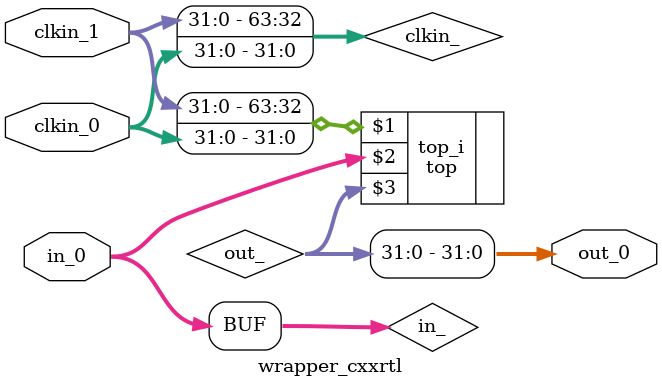
<source format=sv>
module wrapper_cxxrtl(input logic [31:0] clkin_0,input logic [31:0] clkin_1,input logic [31:0] in_0,output logic [31:0] out_0);
    logic [63:0] clkin_;
    logic [31:0] in_;
    logic [95:0] out_;
    assign clkin_[31:0] = clkin_0;
    assign clkin_[63:32] = clkin_1;
    assign in_[31:0] = in_0;
    assign out_0 = out_[31:0];
    top top_i(clkin_, in_, out_);
endmodule

</source>
